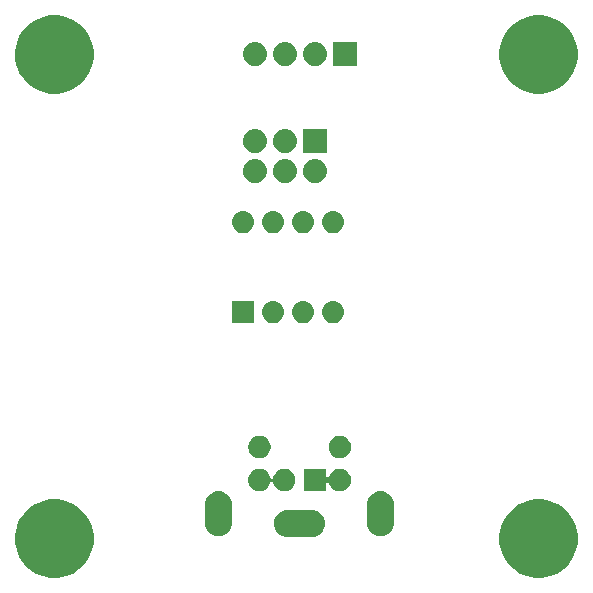
<source format=gbr>
G04 #@! TF.GenerationSoftware,KiCad,Pcbnew,(5.0.2)-1*
G04 #@! TF.CreationDate,2019-11-21T16:03:45-05:00*
G04 #@! TF.ProjectId,TinyPS2,54696e79-5053-4322-9e6b-696361645f70,X1*
G04 #@! TF.SameCoordinates,Original*
G04 #@! TF.FileFunction,Soldermask,Bot*
G04 #@! TF.FilePolarity,Negative*
%FSLAX46Y46*%
G04 Gerber Fmt 4.6, Leading zero omitted, Abs format (unit mm)*
G04 Created by KiCad (PCBNEW (5.0.2)-1) date 11/21/2019 4:03:45 PM*
%MOMM*%
%LPD*%
G01*
G04 APERTURE LIST*
%ADD10C,0.150000*%
G04 APERTURE END LIST*
D10*
G36*
X55970564Y-51800469D02*
X55970566Y-51800470D01*
X55970567Y-51800470D01*
X56576115Y-52051296D01*
X56621164Y-52081397D01*
X57121097Y-52415442D01*
X57584558Y-52878903D01*
X57584560Y-52878906D01*
X57948704Y-53423885D01*
X58151677Y-53913906D01*
X58199531Y-54029436D01*
X58323132Y-54650821D01*
X58327400Y-54672280D01*
X58327400Y-55327720D01*
X58199530Y-55970567D01*
X57948704Y-56576115D01*
X57948703Y-56576116D01*
X57584558Y-57121097D01*
X57121097Y-57584558D01*
X57121094Y-57584560D01*
X56576115Y-57948704D01*
X55970567Y-58199530D01*
X55970566Y-58199530D01*
X55970564Y-58199531D01*
X55327722Y-58327400D01*
X54672278Y-58327400D01*
X54029436Y-58199531D01*
X54029434Y-58199530D01*
X54029433Y-58199530D01*
X53423885Y-57948704D01*
X52878906Y-57584560D01*
X52878903Y-57584558D01*
X52415442Y-57121097D01*
X52051297Y-56576116D01*
X52051296Y-56576115D01*
X51800470Y-55970567D01*
X51672600Y-55327720D01*
X51672600Y-54672280D01*
X51676868Y-54650821D01*
X51800469Y-54029436D01*
X51848323Y-53913906D01*
X52051296Y-53423885D01*
X52415440Y-52878906D01*
X52415442Y-52878903D01*
X52878903Y-52415442D01*
X53378836Y-52081397D01*
X53423885Y-52051296D01*
X54029433Y-51800470D01*
X54029434Y-51800470D01*
X54029436Y-51800469D01*
X54672278Y-51672600D01*
X55327722Y-51672600D01*
X55970564Y-51800469D01*
X55970564Y-51800469D01*
G37*
G36*
X14970564Y-51800469D02*
X14970566Y-51800470D01*
X14970567Y-51800470D01*
X15576115Y-52051296D01*
X15621164Y-52081397D01*
X16121097Y-52415442D01*
X16584558Y-52878903D01*
X16584560Y-52878906D01*
X16948704Y-53423885D01*
X17151677Y-53913906D01*
X17199531Y-54029436D01*
X17323132Y-54650821D01*
X17327400Y-54672280D01*
X17327400Y-55327720D01*
X17199530Y-55970567D01*
X16948704Y-56576115D01*
X16948703Y-56576116D01*
X16584558Y-57121097D01*
X16121097Y-57584558D01*
X16121094Y-57584560D01*
X15576115Y-57948704D01*
X14970567Y-58199530D01*
X14970566Y-58199530D01*
X14970564Y-58199531D01*
X14327722Y-58327400D01*
X13672278Y-58327400D01*
X13029436Y-58199531D01*
X13029434Y-58199530D01*
X13029433Y-58199530D01*
X12423885Y-57948704D01*
X11878906Y-57584560D01*
X11878903Y-57584558D01*
X11415442Y-57121097D01*
X11051297Y-56576116D01*
X11051296Y-56576115D01*
X10800470Y-55970567D01*
X10672600Y-55327720D01*
X10672600Y-54672280D01*
X10676868Y-54650821D01*
X10800469Y-54029436D01*
X10848323Y-53913906D01*
X11051296Y-53423885D01*
X11415440Y-52878906D01*
X11415442Y-52878903D01*
X11878903Y-52415442D01*
X12378836Y-52081397D01*
X12423885Y-52051296D01*
X13029433Y-51800470D01*
X13029434Y-51800470D01*
X13029436Y-51800469D01*
X13672278Y-51672600D01*
X14327722Y-51672600D01*
X14970564Y-51800469D01*
X14970564Y-51800469D01*
G37*
G36*
X35881039Y-52541158D02*
X35993910Y-52552275D01*
X36211138Y-52618171D01*
X36211140Y-52618172D01*
X36211143Y-52618173D01*
X36411337Y-52725178D01*
X36586812Y-52869188D01*
X36730822Y-53044663D01*
X36837827Y-53244857D01*
X36837828Y-53244860D01*
X36837829Y-53244862D01*
X36903725Y-53462090D01*
X36925975Y-53688000D01*
X36903725Y-53913910D01*
X36837829Y-54131138D01*
X36837827Y-54131143D01*
X36730822Y-54331337D01*
X36586812Y-54506812D01*
X36411337Y-54650822D01*
X36211143Y-54757827D01*
X36211140Y-54757828D01*
X36211138Y-54757829D01*
X35993910Y-54823725D01*
X35881039Y-54834842D01*
X35824606Y-54840400D01*
X33711394Y-54840400D01*
X33654961Y-54834842D01*
X33542090Y-54823725D01*
X33324862Y-54757829D01*
X33324860Y-54757828D01*
X33324857Y-54757827D01*
X33124663Y-54650822D01*
X32949188Y-54506812D01*
X32805178Y-54331337D01*
X32698173Y-54131143D01*
X32698171Y-54131138D01*
X32632275Y-53913910D01*
X32610025Y-53688000D01*
X32632275Y-53462090D01*
X32698171Y-53244862D01*
X32698172Y-53244860D01*
X32698173Y-53244857D01*
X32805178Y-53044663D01*
X32949188Y-52869188D01*
X33124663Y-52725178D01*
X33324857Y-52618173D01*
X33324860Y-52618172D01*
X33324862Y-52618171D01*
X33542090Y-52552275D01*
X33654961Y-52541158D01*
X33711394Y-52535600D01*
X35824606Y-52535600D01*
X35881039Y-52541158D01*
X35881039Y-52541158D01*
G37*
G36*
X28143909Y-51002275D02*
X28361137Y-51068171D01*
X28361139Y-51068172D01*
X28361142Y-51068173D01*
X28561336Y-51175178D01*
X28736812Y-51319188D01*
X28880822Y-51494663D01*
X28987827Y-51694857D01*
X28987827Y-51694858D01*
X28987829Y-51694862D01*
X29053725Y-51912090D01*
X29053725Y-51912094D01*
X29067436Y-52051296D01*
X29070400Y-52081396D01*
X29070400Y-53694604D01*
X29053725Y-53863910D01*
X28987829Y-54081138D01*
X28987827Y-54081143D01*
X28880822Y-54281337D01*
X28736812Y-54456812D01*
X28561337Y-54600822D01*
X28361143Y-54707827D01*
X28361140Y-54707828D01*
X28361138Y-54707829D01*
X28143910Y-54773725D01*
X27918000Y-54795975D01*
X27692091Y-54773725D01*
X27474863Y-54707829D01*
X27474861Y-54707828D01*
X27474858Y-54707827D01*
X27274664Y-54600822D01*
X27099189Y-54456812D01*
X26955179Y-54281337D01*
X26848171Y-54081138D01*
X26782275Y-53863911D01*
X26765600Y-53694606D01*
X26765600Y-52081395D01*
X26782275Y-51912095D01*
X26782275Y-51912091D01*
X26848171Y-51694863D01*
X26848172Y-51694861D01*
X26848173Y-51694858D01*
X26955178Y-51494664D01*
X27099188Y-51319188D01*
X27274663Y-51175178D01*
X27474857Y-51068173D01*
X27474860Y-51068172D01*
X27474862Y-51068171D01*
X27692090Y-51002275D01*
X27918000Y-50980025D01*
X28143909Y-51002275D01*
X28143909Y-51002275D01*
G37*
G36*
X41843909Y-51002275D02*
X42061137Y-51068171D01*
X42061139Y-51068172D01*
X42061142Y-51068173D01*
X42261336Y-51175178D01*
X42436812Y-51319188D01*
X42580822Y-51494663D01*
X42687827Y-51694857D01*
X42687827Y-51694858D01*
X42687829Y-51694862D01*
X42753725Y-51912090D01*
X42753725Y-51912094D01*
X42767436Y-52051296D01*
X42770400Y-52081396D01*
X42770400Y-53694604D01*
X42753725Y-53863910D01*
X42687829Y-54081138D01*
X42687827Y-54081143D01*
X42580822Y-54281337D01*
X42436812Y-54456812D01*
X42261337Y-54600822D01*
X42061143Y-54707827D01*
X42061140Y-54707828D01*
X42061138Y-54707829D01*
X41843910Y-54773725D01*
X41618000Y-54795975D01*
X41392091Y-54773725D01*
X41174863Y-54707829D01*
X41174861Y-54707828D01*
X41174858Y-54707827D01*
X40974664Y-54600822D01*
X40799189Y-54456812D01*
X40655179Y-54281337D01*
X40548171Y-54081138D01*
X40482275Y-53863911D01*
X40465600Y-53694606D01*
X40465600Y-52081395D01*
X40482275Y-51912095D01*
X40482275Y-51912091D01*
X40548171Y-51694863D01*
X40548172Y-51694861D01*
X40548173Y-51694858D01*
X40655178Y-51494664D01*
X40799188Y-51319188D01*
X40974663Y-51175178D01*
X41174857Y-51068173D01*
X41174860Y-51068172D01*
X41174862Y-51068171D01*
X41392090Y-51002275D01*
X41618000Y-50980025D01*
X41843909Y-51002275D01*
X41843909Y-51002275D01*
G37*
G36*
X37020400Y-49691393D02*
X37022802Y-49715779D01*
X37029915Y-49739228D01*
X37041466Y-49760839D01*
X37057012Y-49779781D01*
X37075954Y-49795327D01*
X37097565Y-49806878D01*
X37121014Y-49813991D01*
X37145400Y-49816393D01*
X37169786Y-49813991D01*
X37193235Y-49806878D01*
X37214846Y-49795327D01*
X37233788Y-49779781D01*
X37249334Y-49760839D01*
X37260883Y-49739234D01*
X37323994Y-49586870D01*
X37428223Y-49430881D01*
X37428225Y-49430878D01*
X37560878Y-49298225D01*
X37716869Y-49193995D01*
X37716870Y-49193994D01*
X37890195Y-49122200D01*
X38000596Y-49100240D01*
X38074195Y-49085600D01*
X38261805Y-49085600D01*
X38335404Y-49100240D01*
X38445805Y-49122200D01*
X38619130Y-49193994D01*
X38619131Y-49193995D01*
X38775122Y-49298225D01*
X38907775Y-49430878D01*
X38907777Y-49430881D01*
X39012006Y-49586870D01*
X39083800Y-49760195D01*
X39094978Y-49816393D01*
X39120400Y-49944195D01*
X39120400Y-50131805D01*
X39114938Y-50159265D01*
X39083800Y-50315805D01*
X39012006Y-50489130D01*
X39012005Y-50489131D01*
X38907775Y-50645122D01*
X38775122Y-50777775D01*
X38775119Y-50777777D01*
X38619130Y-50882006D01*
X38445805Y-50953800D01*
X38335404Y-50975760D01*
X38261805Y-50990400D01*
X38074195Y-50990400D01*
X38000596Y-50975760D01*
X37890195Y-50953800D01*
X37716870Y-50882006D01*
X37560881Y-50777777D01*
X37560878Y-50777775D01*
X37428225Y-50645122D01*
X37323995Y-50489131D01*
X37323994Y-50489130D01*
X37260883Y-50336766D01*
X37249333Y-50315160D01*
X37233788Y-50296218D01*
X37214846Y-50280673D01*
X37193235Y-50269122D01*
X37169786Y-50262009D01*
X37145400Y-50259607D01*
X37121013Y-50262009D01*
X37097564Y-50269122D01*
X37075953Y-50280674D01*
X37057011Y-50296219D01*
X37041466Y-50315161D01*
X37029915Y-50336772D01*
X37022802Y-50360221D01*
X37020400Y-50384607D01*
X37020400Y-50990400D01*
X35115600Y-50990400D01*
X35115600Y-49085600D01*
X37020400Y-49085600D01*
X37020400Y-49691393D01*
X37020400Y-49691393D01*
G37*
G36*
X31535404Y-49100240D02*
X31645805Y-49122200D01*
X31819130Y-49193994D01*
X31819131Y-49193995D01*
X31975122Y-49298225D01*
X32107775Y-49430878D01*
X32107777Y-49430881D01*
X32212006Y-49586870D01*
X32283800Y-49760195D01*
X32294978Y-49816393D01*
X32295402Y-49818523D01*
X32302515Y-49841972D01*
X32314066Y-49863583D01*
X32329612Y-49882525D01*
X32348554Y-49898071D01*
X32370165Y-49909622D01*
X32393614Y-49916735D01*
X32418000Y-49919137D01*
X32442386Y-49916735D01*
X32465835Y-49909622D01*
X32487446Y-49898071D01*
X32506388Y-49882525D01*
X32521934Y-49863583D01*
X32533485Y-49841972D01*
X32540598Y-49818523D01*
X32541022Y-49816393D01*
X32552200Y-49760195D01*
X32623994Y-49586870D01*
X32728223Y-49430881D01*
X32728225Y-49430878D01*
X32860878Y-49298225D01*
X33016869Y-49193995D01*
X33016870Y-49193994D01*
X33190195Y-49122200D01*
X33300596Y-49100240D01*
X33374195Y-49085600D01*
X33561805Y-49085600D01*
X33635404Y-49100240D01*
X33745805Y-49122200D01*
X33919130Y-49193994D01*
X33919131Y-49193995D01*
X34075122Y-49298225D01*
X34207775Y-49430878D01*
X34207777Y-49430881D01*
X34312006Y-49586870D01*
X34383800Y-49760195D01*
X34394978Y-49816393D01*
X34420400Y-49944195D01*
X34420400Y-50131805D01*
X34414938Y-50159265D01*
X34383800Y-50315805D01*
X34312006Y-50489130D01*
X34312005Y-50489131D01*
X34207775Y-50645122D01*
X34075122Y-50777775D01*
X34075119Y-50777777D01*
X33919130Y-50882006D01*
X33745805Y-50953800D01*
X33635404Y-50975760D01*
X33561805Y-50990400D01*
X33374195Y-50990400D01*
X33300596Y-50975760D01*
X33190195Y-50953800D01*
X33016870Y-50882006D01*
X32860881Y-50777777D01*
X32860878Y-50777775D01*
X32728225Y-50645122D01*
X32623995Y-50489131D01*
X32623994Y-50489130D01*
X32552200Y-50315805D01*
X32540598Y-50257476D01*
X32533485Y-50234028D01*
X32521934Y-50212417D01*
X32506388Y-50193475D01*
X32487446Y-50177929D01*
X32465835Y-50166378D01*
X32442386Y-50159265D01*
X32418000Y-50156863D01*
X32393614Y-50159265D01*
X32370165Y-50166378D01*
X32348554Y-50177929D01*
X32329612Y-50193475D01*
X32314066Y-50212417D01*
X32302515Y-50234028D01*
X32295402Y-50257476D01*
X32283800Y-50315805D01*
X32212006Y-50489130D01*
X32212005Y-50489131D01*
X32107775Y-50645122D01*
X31975122Y-50777775D01*
X31975119Y-50777777D01*
X31819130Y-50882006D01*
X31645805Y-50953800D01*
X31535404Y-50975760D01*
X31461805Y-50990400D01*
X31274195Y-50990400D01*
X31200596Y-50975760D01*
X31090195Y-50953800D01*
X30916870Y-50882006D01*
X30760881Y-50777777D01*
X30760878Y-50777775D01*
X30628225Y-50645122D01*
X30523995Y-50489131D01*
X30523994Y-50489130D01*
X30452200Y-50315805D01*
X30421062Y-50159265D01*
X30415600Y-50131805D01*
X30415600Y-49944195D01*
X30441022Y-49816393D01*
X30452200Y-49760195D01*
X30523994Y-49586870D01*
X30628223Y-49430881D01*
X30628225Y-49430878D01*
X30760878Y-49298225D01*
X30916869Y-49193995D01*
X30916870Y-49193994D01*
X31090195Y-49122200D01*
X31200596Y-49100240D01*
X31274195Y-49085600D01*
X31461805Y-49085600D01*
X31535404Y-49100240D01*
X31535404Y-49100240D01*
G37*
G36*
X31535404Y-46300240D02*
X31645805Y-46322200D01*
X31819130Y-46393994D01*
X31819131Y-46393995D01*
X31975122Y-46498225D01*
X32107775Y-46630878D01*
X32107777Y-46630881D01*
X32212006Y-46786870D01*
X32283800Y-46960195D01*
X32320400Y-47144197D01*
X32320400Y-47331803D01*
X32283800Y-47515805D01*
X32212006Y-47689130D01*
X32212005Y-47689131D01*
X32107775Y-47845122D01*
X31975122Y-47977775D01*
X31975119Y-47977777D01*
X31819130Y-48082006D01*
X31645805Y-48153800D01*
X31535404Y-48175760D01*
X31461805Y-48190400D01*
X31274195Y-48190400D01*
X31200596Y-48175760D01*
X31090195Y-48153800D01*
X30916870Y-48082006D01*
X30760881Y-47977777D01*
X30760878Y-47977775D01*
X30628225Y-47845122D01*
X30523995Y-47689131D01*
X30523994Y-47689130D01*
X30452200Y-47515805D01*
X30415600Y-47331803D01*
X30415600Y-47144197D01*
X30452200Y-46960195D01*
X30523994Y-46786870D01*
X30628223Y-46630881D01*
X30628225Y-46630878D01*
X30760878Y-46498225D01*
X30916869Y-46393995D01*
X30916870Y-46393994D01*
X31090195Y-46322200D01*
X31200596Y-46300240D01*
X31274195Y-46285600D01*
X31461805Y-46285600D01*
X31535404Y-46300240D01*
X31535404Y-46300240D01*
G37*
G36*
X38335404Y-46300240D02*
X38445805Y-46322200D01*
X38619130Y-46393994D01*
X38619131Y-46393995D01*
X38775122Y-46498225D01*
X38907775Y-46630878D01*
X38907777Y-46630881D01*
X39012006Y-46786870D01*
X39083800Y-46960195D01*
X39120400Y-47144197D01*
X39120400Y-47331803D01*
X39083800Y-47515805D01*
X39012006Y-47689130D01*
X39012005Y-47689131D01*
X38907775Y-47845122D01*
X38775122Y-47977775D01*
X38775119Y-47977777D01*
X38619130Y-48082006D01*
X38445805Y-48153800D01*
X38335404Y-48175760D01*
X38261805Y-48190400D01*
X38074195Y-48190400D01*
X38000596Y-48175760D01*
X37890195Y-48153800D01*
X37716870Y-48082006D01*
X37560881Y-47977777D01*
X37560878Y-47977775D01*
X37428225Y-47845122D01*
X37323995Y-47689131D01*
X37323994Y-47689130D01*
X37252200Y-47515805D01*
X37215600Y-47331803D01*
X37215600Y-47144197D01*
X37252200Y-46960195D01*
X37323994Y-46786870D01*
X37428223Y-46630881D01*
X37428225Y-46630878D01*
X37560878Y-46498225D01*
X37716869Y-46393995D01*
X37716870Y-46393994D01*
X37890195Y-46322200D01*
X38000596Y-46300240D01*
X38074195Y-46285600D01*
X38261805Y-46285600D01*
X38335404Y-46300240D01*
X38335404Y-46300240D01*
G37*
G36*
X37778699Y-34875380D02*
X37778702Y-34875381D01*
X37778703Y-34875381D01*
X37958231Y-34929840D01*
X37958233Y-34929841D01*
X37958236Y-34929842D01*
X38123686Y-35018276D01*
X38268707Y-35137293D01*
X38387724Y-35282314D01*
X38476158Y-35447764D01*
X38530620Y-35627301D01*
X38549008Y-35814000D01*
X38530620Y-36000699D01*
X38476158Y-36180236D01*
X38387724Y-36345686D01*
X38268707Y-36490707D01*
X38123686Y-36609724D01*
X37958236Y-36698158D01*
X37958233Y-36698159D01*
X37958231Y-36698160D01*
X37778703Y-36752619D01*
X37778702Y-36752619D01*
X37778699Y-36752620D01*
X37638789Y-36766400D01*
X37545211Y-36766400D01*
X37405301Y-36752620D01*
X37405298Y-36752619D01*
X37405297Y-36752619D01*
X37225769Y-36698160D01*
X37225767Y-36698159D01*
X37225764Y-36698158D01*
X37060314Y-36609724D01*
X36915293Y-36490707D01*
X36796276Y-36345686D01*
X36707842Y-36180236D01*
X36653380Y-36000699D01*
X36634992Y-35814000D01*
X36653380Y-35627301D01*
X36707842Y-35447764D01*
X36796276Y-35282314D01*
X36915293Y-35137293D01*
X37060314Y-35018276D01*
X37225764Y-34929842D01*
X37225767Y-34929841D01*
X37225769Y-34929840D01*
X37405297Y-34875381D01*
X37405298Y-34875381D01*
X37405301Y-34875380D01*
X37545211Y-34861600D01*
X37638789Y-34861600D01*
X37778699Y-34875380D01*
X37778699Y-34875380D01*
G37*
G36*
X35238699Y-34875380D02*
X35238702Y-34875381D01*
X35238703Y-34875381D01*
X35418231Y-34929840D01*
X35418233Y-34929841D01*
X35418236Y-34929842D01*
X35583686Y-35018276D01*
X35728707Y-35137293D01*
X35847724Y-35282314D01*
X35936158Y-35447764D01*
X35990620Y-35627301D01*
X36009008Y-35814000D01*
X35990620Y-36000699D01*
X35936158Y-36180236D01*
X35847724Y-36345686D01*
X35728707Y-36490707D01*
X35583686Y-36609724D01*
X35418236Y-36698158D01*
X35418233Y-36698159D01*
X35418231Y-36698160D01*
X35238703Y-36752619D01*
X35238702Y-36752619D01*
X35238699Y-36752620D01*
X35098789Y-36766400D01*
X35005211Y-36766400D01*
X34865301Y-36752620D01*
X34865298Y-36752619D01*
X34865297Y-36752619D01*
X34685769Y-36698160D01*
X34685767Y-36698159D01*
X34685764Y-36698158D01*
X34520314Y-36609724D01*
X34375293Y-36490707D01*
X34256276Y-36345686D01*
X34167842Y-36180236D01*
X34113380Y-36000699D01*
X34094992Y-35814000D01*
X34113380Y-35627301D01*
X34167842Y-35447764D01*
X34256276Y-35282314D01*
X34375293Y-35137293D01*
X34520314Y-35018276D01*
X34685764Y-34929842D01*
X34685767Y-34929841D01*
X34685769Y-34929840D01*
X34865297Y-34875381D01*
X34865298Y-34875381D01*
X34865301Y-34875380D01*
X35005211Y-34861600D01*
X35098789Y-34861600D01*
X35238699Y-34875380D01*
X35238699Y-34875380D01*
G37*
G36*
X32698699Y-34875380D02*
X32698702Y-34875381D01*
X32698703Y-34875381D01*
X32878231Y-34929840D01*
X32878233Y-34929841D01*
X32878236Y-34929842D01*
X33043686Y-35018276D01*
X33188707Y-35137293D01*
X33307724Y-35282314D01*
X33396158Y-35447764D01*
X33450620Y-35627301D01*
X33469008Y-35814000D01*
X33450620Y-36000699D01*
X33396158Y-36180236D01*
X33307724Y-36345686D01*
X33188707Y-36490707D01*
X33043686Y-36609724D01*
X32878236Y-36698158D01*
X32878233Y-36698159D01*
X32878231Y-36698160D01*
X32698703Y-36752619D01*
X32698702Y-36752619D01*
X32698699Y-36752620D01*
X32558789Y-36766400D01*
X32465211Y-36766400D01*
X32325301Y-36752620D01*
X32325298Y-36752619D01*
X32325297Y-36752619D01*
X32145769Y-36698160D01*
X32145767Y-36698159D01*
X32145764Y-36698158D01*
X31980314Y-36609724D01*
X31835293Y-36490707D01*
X31716276Y-36345686D01*
X31627842Y-36180236D01*
X31573380Y-36000699D01*
X31554992Y-35814000D01*
X31573380Y-35627301D01*
X31627842Y-35447764D01*
X31716276Y-35282314D01*
X31835293Y-35137293D01*
X31980314Y-35018276D01*
X32145764Y-34929842D01*
X32145767Y-34929841D01*
X32145769Y-34929840D01*
X32325297Y-34875381D01*
X32325298Y-34875381D01*
X32325301Y-34875380D01*
X32465211Y-34861600D01*
X32558789Y-34861600D01*
X32698699Y-34875380D01*
X32698699Y-34875380D01*
G37*
G36*
X30924400Y-36766400D02*
X29019600Y-36766400D01*
X29019600Y-34861600D01*
X30924400Y-34861600D01*
X30924400Y-36766400D01*
X30924400Y-36766400D01*
G37*
G36*
X37778699Y-27255380D02*
X37778702Y-27255381D01*
X37778703Y-27255381D01*
X37958231Y-27309840D01*
X37958233Y-27309841D01*
X37958236Y-27309842D01*
X38123686Y-27398276D01*
X38268707Y-27517293D01*
X38387724Y-27662314D01*
X38476158Y-27827764D01*
X38530620Y-28007301D01*
X38549008Y-28194000D01*
X38530620Y-28380699D01*
X38476158Y-28560236D01*
X38387724Y-28725686D01*
X38268707Y-28870707D01*
X38123686Y-28989724D01*
X37958236Y-29078158D01*
X37958233Y-29078159D01*
X37958231Y-29078160D01*
X37778703Y-29132619D01*
X37778702Y-29132619D01*
X37778699Y-29132620D01*
X37638789Y-29146400D01*
X37545211Y-29146400D01*
X37405301Y-29132620D01*
X37405298Y-29132619D01*
X37405297Y-29132619D01*
X37225769Y-29078160D01*
X37225767Y-29078159D01*
X37225764Y-29078158D01*
X37060314Y-28989724D01*
X36915293Y-28870707D01*
X36796276Y-28725686D01*
X36707842Y-28560236D01*
X36653380Y-28380699D01*
X36634992Y-28194000D01*
X36653380Y-28007301D01*
X36707842Y-27827764D01*
X36796276Y-27662314D01*
X36915293Y-27517293D01*
X37060314Y-27398276D01*
X37225764Y-27309842D01*
X37225767Y-27309841D01*
X37225769Y-27309840D01*
X37405297Y-27255381D01*
X37405298Y-27255381D01*
X37405301Y-27255380D01*
X37545211Y-27241600D01*
X37638789Y-27241600D01*
X37778699Y-27255380D01*
X37778699Y-27255380D01*
G37*
G36*
X35238699Y-27255380D02*
X35238702Y-27255381D01*
X35238703Y-27255381D01*
X35418231Y-27309840D01*
X35418233Y-27309841D01*
X35418236Y-27309842D01*
X35583686Y-27398276D01*
X35728707Y-27517293D01*
X35847724Y-27662314D01*
X35936158Y-27827764D01*
X35990620Y-28007301D01*
X36009008Y-28194000D01*
X35990620Y-28380699D01*
X35936158Y-28560236D01*
X35847724Y-28725686D01*
X35728707Y-28870707D01*
X35583686Y-28989724D01*
X35418236Y-29078158D01*
X35418233Y-29078159D01*
X35418231Y-29078160D01*
X35238703Y-29132619D01*
X35238702Y-29132619D01*
X35238699Y-29132620D01*
X35098789Y-29146400D01*
X35005211Y-29146400D01*
X34865301Y-29132620D01*
X34865298Y-29132619D01*
X34865297Y-29132619D01*
X34685769Y-29078160D01*
X34685767Y-29078159D01*
X34685764Y-29078158D01*
X34520314Y-28989724D01*
X34375293Y-28870707D01*
X34256276Y-28725686D01*
X34167842Y-28560236D01*
X34113380Y-28380699D01*
X34094992Y-28194000D01*
X34113380Y-28007301D01*
X34167842Y-27827764D01*
X34256276Y-27662314D01*
X34375293Y-27517293D01*
X34520314Y-27398276D01*
X34685764Y-27309842D01*
X34685767Y-27309841D01*
X34685769Y-27309840D01*
X34865297Y-27255381D01*
X34865298Y-27255381D01*
X34865301Y-27255380D01*
X35005211Y-27241600D01*
X35098789Y-27241600D01*
X35238699Y-27255380D01*
X35238699Y-27255380D01*
G37*
G36*
X32698699Y-27255380D02*
X32698702Y-27255381D01*
X32698703Y-27255381D01*
X32878231Y-27309840D01*
X32878233Y-27309841D01*
X32878236Y-27309842D01*
X33043686Y-27398276D01*
X33188707Y-27517293D01*
X33307724Y-27662314D01*
X33396158Y-27827764D01*
X33450620Y-28007301D01*
X33469008Y-28194000D01*
X33450620Y-28380699D01*
X33396158Y-28560236D01*
X33307724Y-28725686D01*
X33188707Y-28870707D01*
X33043686Y-28989724D01*
X32878236Y-29078158D01*
X32878233Y-29078159D01*
X32878231Y-29078160D01*
X32698703Y-29132619D01*
X32698702Y-29132619D01*
X32698699Y-29132620D01*
X32558789Y-29146400D01*
X32465211Y-29146400D01*
X32325301Y-29132620D01*
X32325298Y-29132619D01*
X32325297Y-29132619D01*
X32145769Y-29078160D01*
X32145767Y-29078159D01*
X32145764Y-29078158D01*
X31980314Y-28989724D01*
X31835293Y-28870707D01*
X31716276Y-28725686D01*
X31627842Y-28560236D01*
X31573380Y-28380699D01*
X31554992Y-28194000D01*
X31573380Y-28007301D01*
X31627842Y-27827764D01*
X31716276Y-27662314D01*
X31835293Y-27517293D01*
X31980314Y-27398276D01*
X32145764Y-27309842D01*
X32145767Y-27309841D01*
X32145769Y-27309840D01*
X32325297Y-27255381D01*
X32325298Y-27255381D01*
X32325301Y-27255380D01*
X32465211Y-27241600D01*
X32558789Y-27241600D01*
X32698699Y-27255380D01*
X32698699Y-27255380D01*
G37*
G36*
X30158699Y-27255380D02*
X30158702Y-27255381D01*
X30158703Y-27255381D01*
X30338231Y-27309840D01*
X30338233Y-27309841D01*
X30338236Y-27309842D01*
X30503686Y-27398276D01*
X30648707Y-27517293D01*
X30767724Y-27662314D01*
X30856158Y-27827764D01*
X30910620Y-28007301D01*
X30929008Y-28194000D01*
X30910620Y-28380699D01*
X30856158Y-28560236D01*
X30767724Y-28725686D01*
X30648707Y-28870707D01*
X30503686Y-28989724D01*
X30338236Y-29078158D01*
X30338233Y-29078159D01*
X30338231Y-29078160D01*
X30158703Y-29132619D01*
X30158702Y-29132619D01*
X30158699Y-29132620D01*
X30018789Y-29146400D01*
X29925211Y-29146400D01*
X29785301Y-29132620D01*
X29785298Y-29132619D01*
X29785297Y-29132619D01*
X29605769Y-29078160D01*
X29605767Y-29078159D01*
X29605764Y-29078158D01*
X29440314Y-28989724D01*
X29295293Y-28870707D01*
X29176276Y-28725686D01*
X29087842Y-28560236D01*
X29033380Y-28380699D01*
X29014992Y-28194000D01*
X29033380Y-28007301D01*
X29087842Y-27827764D01*
X29176276Y-27662314D01*
X29295293Y-27517293D01*
X29440314Y-27398276D01*
X29605764Y-27309842D01*
X29605767Y-27309841D01*
X29605769Y-27309840D01*
X29785297Y-27255381D01*
X29785298Y-27255381D01*
X29785301Y-27255380D01*
X29925211Y-27241600D01*
X30018789Y-27241600D01*
X30158699Y-27255380D01*
X30158699Y-27255380D01*
G37*
G36*
X36264501Y-22888103D02*
X36264504Y-22888104D01*
X36264505Y-22888104D01*
X36453458Y-22945422D01*
X36453460Y-22945423D01*
X36453463Y-22945424D01*
X36627595Y-23038499D01*
X36780233Y-23163767D01*
X36905501Y-23316405D01*
X36998576Y-23490537D01*
X37055897Y-23679499D01*
X37075250Y-23876000D01*
X37055897Y-24072501D01*
X36998576Y-24261463D01*
X36905501Y-24435595D01*
X36780233Y-24588233D01*
X36627595Y-24713501D01*
X36453463Y-24806576D01*
X36453460Y-24806577D01*
X36453458Y-24806578D01*
X36264505Y-24863896D01*
X36264504Y-24863896D01*
X36264501Y-24863897D01*
X36117247Y-24878400D01*
X36018753Y-24878400D01*
X35871499Y-24863897D01*
X35871496Y-24863896D01*
X35871495Y-24863896D01*
X35682542Y-24806578D01*
X35682540Y-24806577D01*
X35682537Y-24806576D01*
X35508405Y-24713501D01*
X35355767Y-24588233D01*
X35230499Y-24435595D01*
X35137424Y-24261463D01*
X35080103Y-24072501D01*
X35060750Y-23876000D01*
X35080103Y-23679499D01*
X35137424Y-23490537D01*
X35230499Y-23316405D01*
X35355767Y-23163767D01*
X35508405Y-23038499D01*
X35682537Y-22945424D01*
X35682540Y-22945423D01*
X35682542Y-22945422D01*
X35871495Y-22888104D01*
X35871496Y-22888104D01*
X35871499Y-22888103D01*
X36018753Y-22873600D01*
X36117247Y-22873600D01*
X36264501Y-22888103D01*
X36264501Y-22888103D01*
G37*
G36*
X33724501Y-22888103D02*
X33724504Y-22888104D01*
X33724505Y-22888104D01*
X33913458Y-22945422D01*
X33913460Y-22945423D01*
X33913463Y-22945424D01*
X34087595Y-23038499D01*
X34240233Y-23163767D01*
X34365501Y-23316405D01*
X34458576Y-23490537D01*
X34515897Y-23679499D01*
X34535250Y-23876000D01*
X34515897Y-24072501D01*
X34458576Y-24261463D01*
X34365501Y-24435595D01*
X34240233Y-24588233D01*
X34087595Y-24713501D01*
X33913463Y-24806576D01*
X33913460Y-24806577D01*
X33913458Y-24806578D01*
X33724505Y-24863896D01*
X33724504Y-24863896D01*
X33724501Y-24863897D01*
X33577247Y-24878400D01*
X33478753Y-24878400D01*
X33331499Y-24863897D01*
X33331496Y-24863896D01*
X33331495Y-24863896D01*
X33142542Y-24806578D01*
X33142540Y-24806577D01*
X33142537Y-24806576D01*
X32968405Y-24713501D01*
X32815767Y-24588233D01*
X32690499Y-24435595D01*
X32597424Y-24261463D01*
X32540103Y-24072501D01*
X32520750Y-23876000D01*
X32540103Y-23679499D01*
X32597424Y-23490537D01*
X32690499Y-23316405D01*
X32815767Y-23163767D01*
X32968405Y-23038499D01*
X33142537Y-22945424D01*
X33142540Y-22945423D01*
X33142542Y-22945422D01*
X33331495Y-22888104D01*
X33331496Y-22888104D01*
X33331499Y-22888103D01*
X33478753Y-22873600D01*
X33577247Y-22873600D01*
X33724501Y-22888103D01*
X33724501Y-22888103D01*
G37*
G36*
X31184501Y-22888103D02*
X31184504Y-22888104D01*
X31184505Y-22888104D01*
X31373458Y-22945422D01*
X31373460Y-22945423D01*
X31373463Y-22945424D01*
X31547595Y-23038499D01*
X31700233Y-23163767D01*
X31825501Y-23316405D01*
X31918576Y-23490537D01*
X31975897Y-23679499D01*
X31995250Y-23876000D01*
X31975897Y-24072501D01*
X31918576Y-24261463D01*
X31825501Y-24435595D01*
X31700233Y-24588233D01*
X31547595Y-24713501D01*
X31373463Y-24806576D01*
X31373460Y-24806577D01*
X31373458Y-24806578D01*
X31184505Y-24863896D01*
X31184504Y-24863896D01*
X31184501Y-24863897D01*
X31037247Y-24878400D01*
X30938753Y-24878400D01*
X30791499Y-24863897D01*
X30791496Y-24863896D01*
X30791495Y-24863896D01*
X30602542Y-24806578D01*
X30602540Y-24806577D01*
X30602537Y-24806576D01*
X30428405Y-24713501D01*
X30275767Y-24588233D01*
X30150499Y-24435595D01*
X30057424Y-24261463D01*
X30000103Y-24072501D01*
X29980750Y-23876000D01*
X30000103Y-23679499D01*
X30057424Y-23490537D01*
X30150499Y-23316405D01*
X30275767Y-23163767D01*
X30428405Y-23038499D01*
X30602537Y-22945424D01*
X30602540Y-22945423D01*
X30602542Y-22945422D01*
X30791495Y-22888104D01*
X30791496Y-22888104D01*
X30791499Y-22888103D01*
X30938753Y-22873600D01*
X31037247Y-22873600D01*
X31184501Y-22888103D01*
X31184501Y-22888103D01*
G37*
G36*
X37070400Y-22338400D02*
X35065600Y-22338400D01*
X35065600Y-20333600D01*
X37070400Y-20333600D01*
X37070400Y-22338400D01*
X37070400Y-22338400D01*
G37*
G36*
X31184501Y-20348103D02*
X31184504Y-20348104D01*
X31184505Y-20348104D01*
X31373458Y-20405422D01*
X31373460Y-20405423D01*
X31373463Y-20405424D01*
X31547595Y-20498499D01*
X31700233Y-20623767D01*
X31825501Y-20776405D01*
X31918576Y-20950537D01*
X31975897Y-21139499D01*
X31995250Y-21336000D01*
X31975897Y-21532501D01*
X31918576Y-21721463D01*
X31825501Y-21895595D01*
X31700233Y-22048233D01*
X31547595Y-22173501D01*
X31373463Y-22266576D01*
X31373460Y-22266577D01*
X31373458Y-22266578D01*
X31184505Y-22323896D01*
X31184504Y-22323896D01*
X31184501Y-22323897D01*
X31037247Y-22338400D01*
X30938753Y-22338400D01*
X30791499Y-22323897D01*
X30791496Y-22323896D01*
X30791495Y-22323896D01*
X30602542Y-22266578D01*
X30602540Y-22266577D01*
X30602537Y-22266576D01*
X30428405Y-22173501D01*
X30275767Y-22048233D01*
X30150499Y-21895595D01*
X30057424Y-21721463D01*
X30000103Y-21532501D01*
X29980750Y-21336000D01*
X30000103Y-21139499D01*
X30057424Y-20950537D01*
X30150499Y-20776405D01*
X30275767Y-20623767D01*
X30428405Y-20498499D01*
X30602537Y-20405424D01*
X30602540Y-20405423D01*
X30602542Y-20405422D01*
X30791495Y-20348104D01*
X30791496Y-20348104D01*
X30791499Y-20348103D01*
X30938753Y-20333600D01*
X31037247Y-20333600D01*
X31184501Y-20348103D01*
X31184501Y-20348103D01*
G37*
G36*
X33724501Y-20348103D02*
X33724504Y-20348104D01*
X33724505Y-20348104D01*
X33913458Y-20405422D01*
X33913460Y-20405423D01*
X33913463Y-20405424D01*
X34087595Y-20498499D01*
X34240233Y-20623767D01*
X34365501Y-20776405D01*
X34458576Y-20950537D01*
X34515897Y-21139499D01*
X34535250Y-21336000D01*
X34515897Y-21532501D01*
X34458576Y-21721463D01*
X34365501Y-21895595D01*
X34240233Y-22048233D01*
X34087595Y-22173501D01*
X33913463Y-22266576D01*
X33913460Y-22266577D01*
X33913458Y-22266578D01*
X33724505Y-22323896D01*
X33724504Y-22323896D01*
X33724501Y-22323897D01*
X33577247Y-22338400D01*
X33478753Y-22338400D01*
X33331499Y-22323897D01*
X33331496Y-22323896D01*
X33331495Y-22323896D01*
X33142542Y-22266578D01*
X33142540Y-22266577D01*
X33142537Y-22266576D01*
X32968405Y-22173501D01*
X32815767Y-22048233D01*
X32690499Y-21895595D01*
X32597424Y-21721463D01*
X32540103Y-21532501D01*
X32520750Y-21336000D01*
X32540103Y-21139499D01*
X32597424Y-20950537D01*
X32690499Y-20776405D01*
X32815767Y-20623767D01*
X32968405Y-20498499D01*
X33142537Y-20405424D01*
X33142540Y-20405423D01*
X33142542Y-20405422D01*
X33331495Y-20348104D01*
X33331496Y-20348104D01*
X33331499Y-20348103D01*
X33478753Y-20333600D01*
X33577247Y-20333600D01*
X33724501Y-20348103D01*
X33724501Y-20348103D01*
G37*
G36*
X14970564Y-10800469D02*
X14970566Y-10800470D01*
X14970567Y-10800470D01*
X15576115Y-11051296D01*
X15576116Y-11051297D01*
X16121097Y-11415442D01*
X16584558Y-11878903D01*
X16584560Y-11878906D01*
X16948704Y-12423885D01*
X17199530Y-13029433D01*
X17199531Y-13029436D01*
X17327400Y-13672278D01*
X17327400Y-14327722D01*
X17202051Y-14957897D01*
X17199530Y-14970567D01*
X16948704Y-15576115D01*
X16948703Y-15576116D01*
X16584558Y-16121097D01*
X16121097Y-16584558D01*
X16121094Y-16584560D01*
X15576115Y-16948704D01*
X14970567Y-17199530D01*
X14970566Y-17199530D01*
X14970564Y-17199531D01*
X14327722Y-17327400D01*
X13672278Y-17327400D01*
X13029436Y-17199531D01*
X13029434Y-17199530D01*
X13029433Y-17199530D01*
X12423885Y-16948704D01*
X11878906Y-16584560D01*
X11878903Y-16584558D01*
X11415442Y-16121097D01*
X11051297Y-15576116D01*
X11051296Y-15576115D01*
X10800470Y-14970567D01*
X10797950Y-14957897D01*
X10672600Y-14327722D01*
X10672600Y-13672278D01*
X10800469Y-13029436D01*
X10800470Y-13029433D01*
X11051296Y-12423885D01*
X11415440Y-11878906D01*
X11415442Y-11878903D01*
X11878903Y-11415442D01*
X12423884Y-11051297D01*
X12423885Y-11051296D01*
X13029433Y-10800470D01*
X13029434Y-10800470D01*
X13029436Y-10800469D01*
X13672278Y-10672600D01*
X14327722Y-10672600D01*
X14970564Y-10800469D01*
X14970564Y-10800469D01*
G37*
G36*
X55970564Y-10800469D02*
X55970566Y-10800470D01*
X55970567Y-10800470D01*
X56576115Y-11051296D01*
X56576116Y-11051297D01*
X57121097Y-11415442D01*
X57584558Y-11878903D01*
X57584560Y-11878906D01*
X57948704Y-12423885D01*
X58199530Y-13029433D01*
X58199531Y-13029436D01*
X58327400Y-13672278D01*
X58327400Y-14327722D01*
X58202051Y-14957897D01*
X58199530Y-14970567D01*
X57948704Y-15576115D01*
X57948703Y-15576116D01*
X57584558Y-16121097D01*
X57121097Y-16584558D01*
X57121094Y-16584560D01*
X56576115Y-16948704D01*
X55970567Y-17199530D01*
X55970566Y-17199530D01*
X55970564Y-17199531D01*
X55327722Y-17327400D01*
X54672278Y-17327400D01*
X54029436Y-17199531D01*
X54029434Y-17199530D01*
X54029433Y-17199530D01*
X53423885Y-16948704D01*
X52878906Y-16584560D01*
X52878903Y-16584558D01*
X52415442Y-16121097D01*
X52051297Y-15576116D01*
X52051296Y-15576115D01*
X51800470Y-14970567D01*
X51797950Y-14957897D01*
X51672600Y-14327722D01*
X51672600Y-13672278D01*
X51800469Y-13029436D01*
X51800470Y-13029433D01*
X52051296Y-12423885D01*
X52415440Y-11878906D01*
X52415442Y-11878903D01*
X52878903Y-11415442D01*
X53423884Y-11051297D01*
X53423885Y-11051296D01*
X54029433Y-10800470D01*
X54029434Y-10800470D01*
X54029436Y-10800469D01*
X54672278Y-10672600D01*
X55327722Y-10672600D01*
X55970564Y-10800469D01*
X55970564Y-10800469D01*
G37*
G36*
X36264501Y-12982103D02*
X36264504Y-12982104D01*
X36264505Y-12982104D01*
X36453458Y-13039422D01*
X36453460Y-13039423D01*
X36453463Y-13039424D01*
X36627595Y-13132499D01*
X36780233Y-13257767D01*
X36905501Y-13410405D01*
X36998576Y-13584537D01*
X37055897Y-13773499D01*
X37075250Y-13970000D01*
X37055897Y-14166501D01*
X37055896Y-14166504D01*
X37055896Y-14166505D01*
X37006992Y-14327722D01*
X36998576Y-14355463D01*
X36905501Y-14529595D01*
X36780233Y-14682233D01*
X36627595Y-14807501D01*
X36453463Y-14900576D01*
X36453460Y-14900577D01*
X36453458Y-14900578D01*
X36264505Y-14957896D01*
X36264504Y-14957896D01*
X36264501Y-14957897D01*
X36117247Y-14972400D01*
X36018753Y-14972400D01*
X35871499Y-14957897D01*
X35871496Y-14957896D01*
X35871495Y-14957896D01*
X35682542Y-14900578D01*
X35682540Y-14900577D01*
X35682537Y-14900576D01*
X35508405Y-14807501D01*
X35355767Y-14682233D01*
X35230499Y-14529595D01*
X35137424Y-14355463D01*
X35129009Y-14327722D01*
X35080104Y-14166505D01*
X35080104Y-14166504D01*
X35080103Y-14166501D01*
X35060750Y-13970000D01*
X35080103Y-13773499D01*
X35137424Y-13584537D01*
X35230499Y-13410405D01*
X35355767Y-13257767D01*
X35508405Y-13132499D01*
X35682537Y-13039424D01*
X35682540Y-13039423D01*
X35682542Y-13039422D01*
X35871495Y-12982104D01*
X35871496Y-12982104D01*
X35871499Y-12982103D01*
X36018753Y-12967600D01*
X36117247Y-12967600D01*
X36264501Y-12982103D01*
X36264501Y-12982103D01*
G37*
G36*
X39610400Y-14972400D02*
X37605600Y-14972400D01*
X37605600Y-12967600D01*
X39610400Y-12967600D01*
X39610400Y-14972400D01*
X39610400Y-14972400D01*
G37*
G36*
X33724501Y-12982103D02*
X33724504Y-12982104D01*
X33724505Y-12982104D01*
X33913458Y-13039422D01*
X33913460Y-13039423D01*
X33913463Y-13039424D01*
X34087595Y-13132499D01*
X34240233Y-13257767D01*
X34365501Y-13410405D01*
X34458576Y-13584537D01*
X34515897Y-13773499D01*
X34535250Y-13970000D01*
X34515897Y-14166501D01*
X34515896Y-14166504D01*
X34515896Y-14166505D01*
X34466992Y-14327722D01*
X34458576Y-14355463D01*
X34365501Y-14529595D01*
X34240233Y-14682233D01*
X34087595Y-14807501D01*
X33913463Y-14900576D01*
X33913460Y-14900577D01*
X33913458Y-14900578D01*
X33724505Y-14957896D01*
X33724504Y-14957896D01*
X33724501Y-14957897D01*
X33577247Y-14972400D01*
X33478753Y-14972400D01*
X33331499Y-14957897D01*
X33331496Y-14957896D01*
X33331495Y-14957896D01*
X33142542Y-14900578D01*
X33142540Y-14900577D01*
X33142537Y-14900576D01*
X32968405Y-14807501D01*
X32815767Y-14682233D01*
X32690499Y-14529595D01*
X32597424Y-14355463D01*
X32589009Y-14327722D01*
X32540104Y-14166505D01*
X32540104Y-14166504D01*
X32540103Y-14166501D01*
X32520750Y-13970000D01*
X32540103Y-13773499D01*
X32597424Y-13584537D01*
X32690499Y-13410405D01*
X32815767Y-13257767D01*
X32968405Y-13132499D01*
X33142537Y-13039424D01*
X33142540Y-13039423D01*
X33142542Y-13039422D01*
X33331495Y-12982104D01*
X33331496Y-12982104D01*
X33331499Y-12982103D01*
X33478753Y-12967600D01*
X33577247Y-12967600D01*
X33724501Y-12982103D01*
X33724501Y-12982103D01*
G37*
G36*
X31184501Y-12982103D02*
X31184504Y-12982104D01*
X31184505Y-12982104D01*
X31373458Y-13039422D01*
X31373460Y-13039423D01*
X31373463Y-13039424D01*
X31547595Y-13132499D01*
X31700233Y-13257767D01*
X31825501Y-13410405D01*
X31918576Y-13584537D01*
X31975897Y-13773499D01*
X31995250Y-13970000D01*
X31975897Y-14166501D01*
X31975896Y-14166504D01*
X31975896Y-14166505D01*
X31926992Y-14327722D01*
X31918576Y-14355463D01*
X31825501Y-14529595D01*
X31700233Y-14682233D01*
X31547595Y-14807501D01*
X31373463Y-14900576D01*
X31373460Y-14900577D01*
X31373458Y-14900578D01*
X31184505Y-14957896D01*
X31184504Y-14957896D01*
X31184501Y-14957897D01*
X31037247Y-14972400D01*
X30938753Y-14972400D01*
X30791499Y-14957897D01*
X30791496Y-14957896D01*
X30791495Y-14957896D01*
X30602542Y-14900578D01*
X30602540Y-14900577D01*
X30602537Y-14900576D01*
X30428405Y-14807501D01*
X30275767Y-14682233D01*
X30150499Y-14529595D01*
X30057424Y-14355463D01*
X30049009Y-14327722D01*
X30000104Y-14166505D01*
X30000104Y-14166504D01*
X30000103Y-14166501D01*
X29980750Y-13970000D01*
X30000103Y-13773499D01*
X30057424Y-13584537D01*
X30150499Y-13410405D01*
X30275767Y-13257767D01*
X30428405Y-13132499D01*
X30602537Y-13039424D01*
X30602540Y-13039423D01*
X30602542Y-13039422D01*
X30791495Y-12982104D01*
X30791496Y-12982104D01*
X30791499Y-12982103D01*
X30938753Y-12967600D01*
X31037247Y-12967600D01*
X31184501Y-12982103D01*
X31184501Y-12982103D01*
G37*
M02*

</source>
